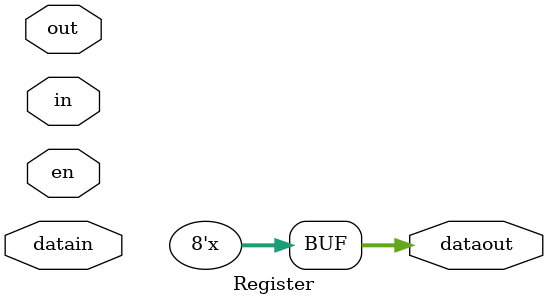
<source format=v>
module Register(datain,dataout,en,in,out);
	input [7:0]datain;
	output [7:0]dataout;
	input en,in,out;
	reg [7:0]dataout,temp;
	
	always @ (en)
	begin
		if(in == 1) temp = datain;
		else if(out == 1) dataout = temp;
	end
endmodule

	
</source>
